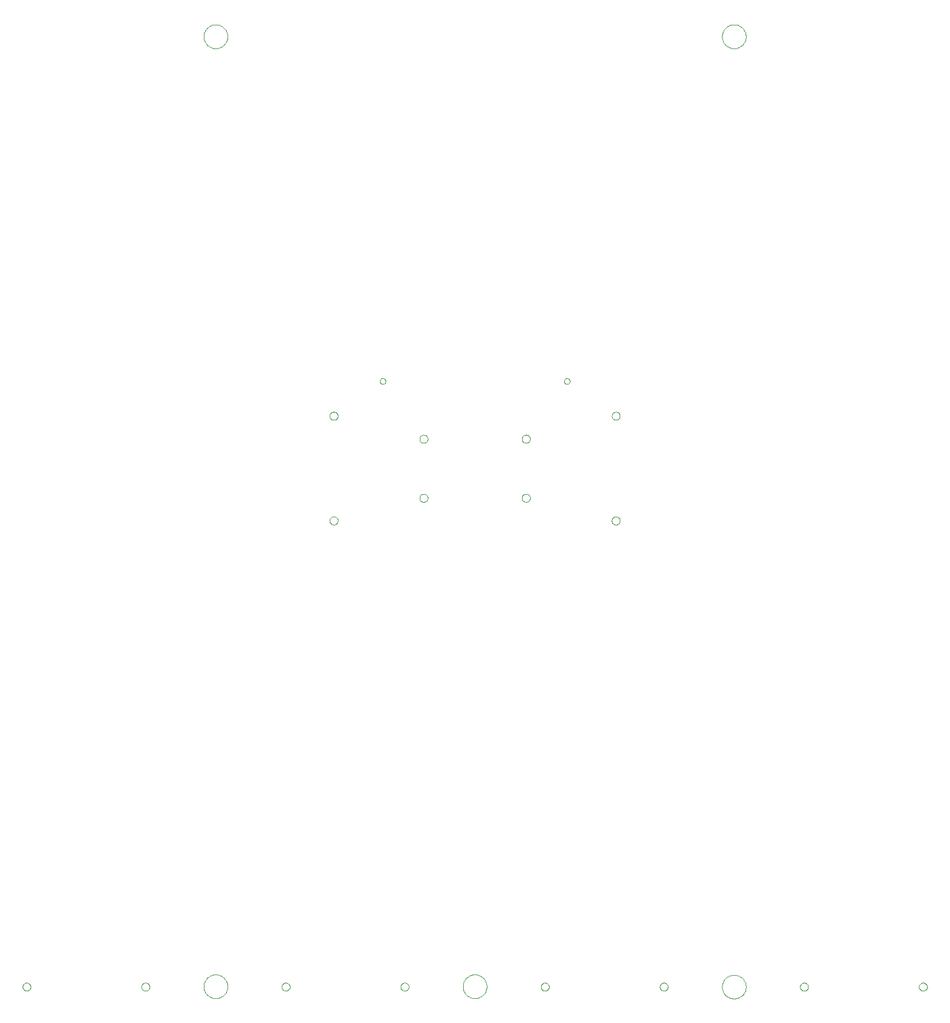
<source format=gm1>
%FSTAX23Y23*%
%MOIN*%
%SFA1B1*%

%IPPOS*%
%ADD15C,0.000512*%
%ADD111C,0.000500*%
%LNduo_x-1*%
%LPD*%
G54D15*
X00023Y0D02*
D01*
X00023Y00001*
X00023Y00003*
X00023Y00004*
X00022Y00006*
X00022Y00008*
X00021Y00009*
X0002Y00011*
X0002Y00012*
X00019Y00013*
X00018Y00015*
X00016Y00016*
X00015Y00017*
X00014Y00018*
X00013Y00019*
X00011Y0002*
X0001Y00021*
X00008Y00021*
X00007Y00022*
X00005Y00022*
X00004Y00023*
X00002Y00023*
X0Y00023*
X0*
X-00002Y00023*
X-00004Y00023*
X-00005Y00022*
X-00007Y00022*
X-00008Y00021*
X-0001Y00021*
X-00011Y0002*
X-00013Y00019*
X-00014Y00018*
X-00015Y00017*
X-00016Y00016*
X-00018Y00015*
X-00019Y00013*
X-0002Y00012*
X-0002Y00011*
X-00021Y00009*
X-00022Y00008*
X-00022Y00006*
X-00023Y00004*
X-00023Y00003*
X-00023Y00001*
X-00023Y0*
X-00023Y-00001*
X-00023Y-00003*
X-00023Y-00004*
X-00022Y-00006*
X-00022Y-00008*
X-00021Y-00009*
X-0002Y-00011*
X-0002Y-00012*
X-00019Y-00013*
X-00018Y-00015*
X-00016Y-00016*
X-00015Y-00017*
X-00014Y-00018*
X-00013Y-00019*
X-00011Y-0002*
X-0001Y-00021*
X-00008Y-00021*
X-00007Y-00022*
X-00005Y-00022*
X-00004Y-00023*
X-00002Y-00023*
X0Y-00023*
X0*
X00002Y-00023*
X00004Y-00023*
X00005Y-00022*
X00007Y-00022*
X00008Y-00021*
X0001Y-00021*
X00011Y-0002*
X00013Y-00019*
X00014Y-00018*
X00015Y-00017*
X00016Y-00016*
X00018Y-00015*
X00019Y-00013*
X0002Y-00012*
X0002Y-00011*
X00021Y-00009*
X00022Y-00008*
X00022Y-00006*
X00023Y-00004*
X00023Y-00003*
X00023Y-00001*
X00023Y0*
G54D111*
X00023Y0D02*
D01*
X00023Y00001*
X00023Y00003*
X00023Y00004*
X00022Y00006*
X00022Y00008*
X00021Y00009*
X0002Y00011*
X0002Y00012*
X00019Y00013*
X00018Y00015*
X00016Y00016*
X00015Y00017*
X00014Y00018*
X00013Y00019*
X00011Y0002*
X0001Y00021*
X00008Y00021*
X00007Y00022*
X00005Y00022*
X00004Y00023*
X00002Y00023*
X0Y00023*
X0*
X-00002Y00023*
X-00004Y00023*
X-00005Y00022*
X-00007Y00022*
X-00008Y00021*
X-0001Y00021*
X-00011Y0002*
X-00013Y00019*
X-00014Y00018*
X-00015Y00017*
X-00016Y00016*
X-00018Y00015*
X-00019Y00013*
X-0002Y00012*
X-0002Y00011*
X-00021Y00009*
X-00022Y00008*
X-00022Y00006*
X-00023Y00004*
X-00023Y00003*
X-00023Y00001*
X-00023Y0*
X-00023Y-00001*
X-00023Y-00003*
X-00023Y-00004*
X-00022Y-00006*
X-00022Y-00008*
X-00021Y-00009*
X-0002Y-00011*
X-0002Y-00012*
X-00019Y-00013*
X-00018Y-00015*
X-00016Y-00016*
X-00015Y-00017*
X-00014Y-00018*
X-00013Y-00019*
X-00011Y-0002*
X-0001Y-00021*
X-00008Y-00021*
X-00007Y-00022*
X-00005Y-00022*
X-00004Y-00023*
X-00002Y-00023*
X0Y-00023*
X0*
X00002Y-00023*
X00004Y-00023*
X00005Y-00022*
X00007Y-00022*
X00008Y-00021*
X0001Y-00021*
X00011Y-0002*
X00013Y-00019*
X00014Y-00018*
X00015Y-00017*
X00016Y-00016*
X00018Y-00015*
X00019Y-00013*
X0002Y-00012*
X0002Y-00011*
X00021Y-00009*
X00022Y-00008*
X00022Y-00006*
X00023Y-00004*
X00023Y-00003*
X00023Y-00001*
X00023Y0*
X0116Y05487D02*
D01*
X01159Y05492*
X01159Y05497*
X01158Y05501*
X01157Y05506*
X01155Y05511*
X01154Y05515*
X01152Y05519*
X01149Y05524*
X01146Y05528*
X01143Y05531*
X0114Y05535*
X01137Y05538*
X01133Y05541*
X01129Y05544*
X01125Y05547*
X01121Y05549*
X01117Y05551*
X01112Y05553*
X01107Y05554*
X01103Y05555*
X01098Y05556*
X01093Y05556*
X01088*
X01083Y05556*
X01079Y05555*
X01074Y05554*
X01069Y05553*
X01065Y05551*
X0106Y05549*
X01056Y05547*
X01052Y05544*
X01048Y05541*
X01045Y05538*
X01041Y05535*
X01038Y05531*
X01035Y05528*
X01032Y05524*
X0103Y05519*
X01028Y05515*
X01026Y05511*
X01024Y05506*
X01023Y05501*
X01022Y05497*
X01022Y05492*
X01022Y05487*
X01022Y05482*
X01022Y05478*
X01023Y05473*
X01024Y05468*
X01026Y05464*
X01028Y05459*
X0103Y05455*
X01032Y05451*
X01035Y05447*
X01038Y05443*
X01041Y05439*
X01045Y05436*
X01048Y05433*
X01052Y0543*
X01056Y05427*
X0106Y05425*
X01065Y05423*
X01069Y05422*
X01074Y0542*
X01079Y05419*
X01083Y05419*
X01088Y05418*
X01093*
X01098Y05419*
X01103Y05419*
X01107Y0542*
X01112Y05422*
X01117Y05423*
X01121Y05425*
X01125Y05427*
X01129Y0543*
X01133Y05433*
X01137Y05436*
X0114Y05439*
X01143Y05443*
X01146Y05447*
X01149Y05451*
X01152Y05455*
X01154Y05459*
X01155Y05464*
X01157Y05468*
X01158Y05473*
X01159Y05478*
X01159Y05482*
X0116Y05487*
X04152D02*
D01*
X04152Y05492*
X04151Y05497*
X0415Y05501*
X04149Y05506*
X04148Y05511*
X04146Y05515*
X04144Y05519*
X04141Y05524*
X04139Y05528*
X04136Y05531*
X04132Y05535*
X04129Y05538*
X04125Y05541*
X04121Y05544*
X04117Y05547*
X04113Y05549*
X04109Y05551*
X04104Y05553*
X04099Y05554*
X04095Y05555*
X0409Y05556*
X04085Y05556*
X0408*
X04076Y05556*
X04071Y05555*
X04066Y05554*
X04062Y05553*
X04057Y05551*
X04053Y05549*
X04048Y05547*
X04044Y05544*
X0404Y05541*
X04037Y05538*
X04033Y05535*
X0403Y05531*
X04027Y05528*
X04024Y05524*
X04022Y05519*
X0402Y05515*
X04018Y05511*
X04017Y05506*
X04015Y05501*
X04015Y05497*
X04014Y05492*
X04014Y05487*
X04014Y05482*
X04015Y05478*
X04015Y05473*
X04017Y05468*
X04018Y05464*
X0402Y05459*
X04022Y05455*
X04024Y05451*
X04027Y05447*
X0403Y05443*
X04033Y05439*
X04037Y05436*
X0404Y05433*
X04044Y0543*
X04048Y05427*
X04053Y05425*
X04057Y05423*
X04062Y05422*
X04066Y0542*
X04071Y05419*
X04076Y05419*
X0408Y05418*
X04085*
X0409Y05419*
X04095Y05419*
X04099Y0542*
X04104Y05422*
X04109Y05423*
X04113Y05425*
X04117Y05427*
X04121Y0543*
X04125Y05433*
X04129Y05436*
X04132Y05439*
X04136Y05443*
X04139Y05447*
X04141Y05451*
X04144Y05455*
X04146Y05459*
X04148Y05464*
X04149Y05468*
X0415Y05473*
X04151Y05478*
X04152Y05482*
X04152Y05487*
X0116Y00002D02*
D01*
X01159Y00007*
X01159Y00011*
X01158Y00016*
X01157Y00021*
X01155Y00025*
X01154Y0003*
X01152Y00034*
X01149Y00038*
X01146Y00042*
X01143Y00046*
X0114Y0005*
X01137Y00053*
X01133Y00056*
X01129Y00059*
X01125Y00062*
X01121Y00064*
X01117Y00066*
X01112Y00067*
X01107Y00069*
X01103Y0007*
X01098Y0007*
X01093Y00071*
X01088*
X01083Y0007*
X01079Y0007*
X01074Y00069*
X01069Y00067*
X01065Y00066*
X0106Y00064*
X01056Y00062*
X01052Y00059*
X01048Y00056*
X01045Y00053*
X01041Y0005*
X01038Y00046*
X01035Y00042*
X01032Y00038*
X0103Y00034*
X01028Y0003*
X01026Y00025*
X01024Y00021*
X01023Y00016*
X01022Y00011*
X01022Y00007*
X01022Y00002*
X01022Y-00002*
X01022Y-00007*
X01023Y-00011*
X01024Y-00016*
X01026Y-00021*
X01028Y-00025*
X0103Y-00029*
X01032Y-00034*
X01035Y-00038*
X01038Y-00041*
X01041Y-00045*
X01045Y-00048*
X01048Y-00051*
X01052Y-00054*
X01056Y-00057*
X0106Y-00059*
X01065Y-00061*
X01069Y-00063*
X01074Y-00064*
X01079Y-00065*
X01083Y-00066*
X01088Y-00066*
X01093*
X01098Y-00066*
X01103Y-00065*
X01107Y-00064*
X01112Y-00063*
X01117Y-00061*
X01121Y-00059*
X01125Y-00057*
X01129Y-00054*
X01133Y-00051*
X01137Y-00048*
X0114Y-00045*
X01143Y-00041*
X01146Y-00038*
X01149Y-00034*
X01152Y-00029*
X01154Y-00025*
X01155Y-00021*
X01157Y-00016*
X01158Y-00011*
X01159Y-00007*
X01159Y-00002*
X0116Y00002*
X02656D02*
D01*
X02655Y00007*
X02655Y00011*
X02654Y00016*
X02653Y00021*
X02651Y00025*
X0265Y0003*
X02648Y00034*
X02645Y00038*
X02642Y00042*
X0264Y00046*
X02636Y0005*
X02633Y00053*
X02629Y00056*
X02625Y00059*
X02621Y00062*
X02617Y00064*
X02613Y00066*
X02608Y00067*
X02603Y00069*
X02599Y0007*
X02594Y0007*
X02589Y00071*
X02584*
X0258Y0007*
X02575Y0007*
X0257Y00069*
X02565Y00067*
X02561Y00066*
X02557Y00064*
X02552Y00062*
X02548Y00059*
X02544Y00056*
X02541Y00053*
X02537Y0005*
X02534Y00046*
X02531Y00042*
X02528Y00038*
X02526Y00034*
X02524Y0003*
X02522Y00025*
X02521Y00021*
X02519Y00016*
X02519Y00011*
X02518Y00007*
X02518Y00002*
X02518Y-00002*
X02519Y-00007*
X02519Y-00011*
X02521Y-00016*
X02522Y-00021*
X02524Y-00025*
X02526Y-00029*
X02528Y-00034*
X02531Y-00038*
X02534Y-00041*
X02537Y-00045*
X02541Y-00048*
X02544Y-00051*
X02548Y-00054*
X02552Y-00057*
X02557Y-00059*
X02561Y-00061*
X02565Y-00063*
X0257Y-00064*
X02575Y-00065*
X0258Y-00066*
X02584Y-00066*
X02589*
X02594Y-00066*
X02599Y-00065*
X02603Y-00064*
X02608Y-00063*
X02613Y-00061*
X02617Y-00059*
X02621Y-00057*
X02625Y-00054*
X02629Y-00051*
X02633Y-00048*
X02636Y-00045*
X0264Y-00041*
X02642Y-00038*
X02645Y-00034*
X02648Y-00029*
X0265Y-00025*
X02651Y-00021*
X02653Y-00016*
X02654Y-00011*
X02655Y-00007*
X02655Y-00002*
X02656Y00002*
X04152Y0D02*
D01*
X04152Y00004*
X04151Y00009*
X0415Y00014*
X04149Y00018*
X04148Y00023*
X04146Y00028*
X04144Y00032*
X04141Y00036*
X04139Y0004*
X04136Y00044*
X04132Y00047*
X04129Y00051*
X04125Y00054*
X04121Y00057*
X04117Y00059*
X04113Y00061*
X04109Y00063*
X04104Y00065*
X04099Y00066*
X04095Y00067*
X0409Y00068*
X04085Y00068*
X0408*
X04076Y00068*
X04071Y00067*
X04066Y00066*
X04062Y00065*
X04057Y00063*
X04053Y00061*
X04048Y00059*
X04044Y00057*
X0404Y00054*
X04037Y00051*
X04033Y00047*
X0403Y00044*
X04027Y0004*
X04024Y00036*
X04022Y00032*
X0402Y00028*
X04018Y00023*
X04017Y00018*
X04015Y00014*
X04015Y00009*
X04014Y00004*
X04014Y0*
X04014Y-00004*
X04015Y-00009*
X04015Y-00014*
X04017Y-00018*
X04018Y-00023*
X0402Y-00028*
X04022Y-00032*
X04024Y-00036*
X04027Y-0004*
X0403Y-00044*
X04033Y-00047*
X04037Y-00051*
X0404Y-00054*
X04044Y-00057*
X04048Y-00059*
X04053Y-00061*
X04057Y-00063*
X04062Y-00065*
X04066Y-00066*
X04071Y-00067*
X04076Y-00068*
X0408Y-00068*
X04085*
X0409Y-00068*
X04095Y-00067*
X04099Y-00066*
X04104Y-00065*
X04109Y-00063*
X04113Y-00061*
X04117Y-00059*
X04121Y-00057*
X04125Y-00054*
X04129Y-00051*
X04132Y-00047*
X04136Y-00044*
X04139Y-0004*
X04141Y-00036*
X04144Y-00032*
X04146Y-00028*
X04148Y-00023*
X04149Y-00018*
X0415Y-00014*
X04151Y-00009*
X04152Y-00004*
X04152Y0*
X03135Y03497D02*
D01*
X03135Y03498*
X03135Y03499*
X03135Y035*
X03134Y03502*
X03134Y03503*
X03134Y03504*
X03133Y03505*
X03132Y03506*
X03132Y03507*
X03131Y03508*
X0313Y03509*
X03129Y03509*
X03129Y0351*
X03128Y03511*
X03127Y03511*
X03126Y03512*
X03125Y03512*
X03123Y03513*
X03122Y03513*
X03121Y03513*
X0312Y03514*
X03119Y03514*
X03118*
X03117Y03514*
X03115Y03513*
X03114Y03513*
X03113Y03513*
X03112Y03512*
X03111Y03512*
X0311Y03511*
X03109Y03511*
X03108Y0351*
X03107Y03509*
X03106Y03509*
X03105Y03508*
X03105Y03507*
X03104Y03506*
X03104Y03505*
X03103Y03504*
X03103Y03503*
X03102Y03502*
X03102Y035*
X03102Y03499*
X03102Y03498*
X03102Y03497*
X03102Y03496*
X03102Y03495*
X03102Y03493*
X03102Y03492*
X03103Y03491*
X03103Y0349*
X03104Y03489*
X03104Y03488*
X03105Y03487*
X03105Y03486*
X03106Y03485*
X03107Y03485*
X03108Y03484*
X03109Y03483*
X0311Y03482*
X03111Y03482*
X03112Y03481*
X03113Y03481*
X03114Y03481*
X03115Y0348*
X03117Y0348*
X03118Y0348*
X03119*
X0312Y0348*
X03121Y0348*
X03122Y03481*
X03123Y03481*
X03125Y03481*
X03126Y03482*
X03127Y03482*
X03128Y03483*
X03129Y03484*
X03129Y03485*
X0313Y03485*
X03131Y03486*
X03132Y03487*
X03132Y03488*
X03133Y03489*
X03134Y0349*
X03134Y03491*
X03134Y03492*
X03135Y03493*
X03135Y03495*
X03135Y03496*
X03135Y03497*
X02072D02*
D01*
X02072Y03498*
X02072Y03499*
X02072Y035*
X02071Y03502*
X02071Y03503*
X02071Y03504*
X0207Y03505*
X02069Y03506*
X02069Y03507*
X02068Y03508*
X02067Y03509*
X02066Y03509*
X02066Y0351*
X02065Y03511*
X02064Y03511*
X02063Y03512*
X02062Y03512*
X0206Y03513*
X02059Y03513*
X02058Y03513*
X02057Y03514*
X02056Y03514*
X02055*
X02054Y03514*
X02052Y03513*
X02051Y03513*
X0205Y03513*
X02049Y03512*
X02048Y03512*
X02047Y03511*
X02046Y03511*
X02045Y0351*
X02044Y03509*
X02043Y03509*
X02042Y03508*
X02042Y03507*
X02041Y03506*
X02041Y03505*
X0204Y03504*
X0204Y03503*
X02039Y03502*
X02039Y035*
X02039Y03499*
X02039Y03498*
X02039Y03497*
X02039Y03496*
X02039Y03495*
X02039Y03493*
X02039Y03492*
X0204Y03491*
X0204Y0349*
X02041Y03489*
X02041Y03488*
X02042Y03487*
X02042Y03486*
X02043Y03485*
X02044Y03485*
X02045Y03484*
X02046Y03483*
X02047Y03482*
X02048Y03482*
X02049Y03481*
X0205Y03481*
X02051Y03481*
X02052Y0348*
X02054Y0348*
X02055Y0348*
X02056*
X02057Y0348*
X02058Y0348*
X02059Y03481*
X0206Y03481*
X02062Y03481*
X02063Y03482*
X02064Y03482*
X02065Y03483*
X02066Y03484*
X02066Y03485*
X02067Y03485*
X02068Y03486*
X02069Y03487*
X02069Y03488*
X0207Y03489*
X02071Y0349*
X02071Y03491*
X02071Y03492*
X02072Y03493*
X02072Y03495*
X02072Y03496*
X02072Y03497*
X00709Y0D02*
D01*
X00709Y00001*
X00709Y00003*
X00709Y00004*
X00709Y00006*
X00708Y00008*
X00707Y00009*
X00707Y00011*
X00706Y00012*
X00705Y00013*
X00704Y00015*
X00703Y00016*
X00702Y00017*
X007Y00018*
X00699Y00019*
X00698Y0002*
X00696Y00021*
X00695Y00021*
X00693Y00022*
X00692Y00022*
X0069Y00023*
X00688Y00023*
X00687Y00023*
X00685*
X00683Y00023*
X00682Y00023*
X0068Y00022*
X00679Y00022*
X00677Y00021*
X00675Y00021*
X00674Y0002*
X00673Y00019*
X00671Y00018*
X0067Y00017*
X00669Y00016*
X00668Y00015*
X00667Y00013*
X00666Y00012*
X00665Y00011*
X00664Y00009*
X00664Y00008*
X00663Y00006*
X00663Y00004*
X00662Y00003*
X00662Y00001*
X00662Y0*
X00662Y-00001*
X00662Y-00003*
X00663Y-00004*
X00663Y-00006*
X00664Y-00008*
X00664Y-00009*
X00665Y-00011*
X00666Y-00012*
X00667Y-00013*
X00668Y-00015*
X00669Y-00016*
X0067Y-00017*
X00671Y-00018*
X00673Y-00019*
X00674Y-0002*
X00675Y-00021*
X00677Y-00021*
X00679Y-00022*
X0068Y-00022*
X00682Y-00023*
X00683Y-00023*
X00685Y-00023*
X00687*
X00688Y-00023*
X0069Y-00023*
X00692Y-00022*
X00693Y-00022*
X00695Y-00021*
X00696Y-00021*
X00698Y-0002*
X00699Y-00019*
X007Y-00018*
X00702Y-00017*
X00703Y-00016*
X00704Y-00015*
X00705Y-00013*
X00706Y-00012*
X00707Y-00011*
X00707Y-00009*
X00708Y-00008*
X00709Y-00006*
X00709Y-00004*
X00709Y-00003*
X00709Y-00001*
X00709Y0*
X01519D02*
D01*
X01519Y00001*
X01519Y00003*
X01519Y00004*
X01518Y00006*
X01518Y00008*
X01517Y00009*
X01516Y00011*
X01516Y00012*
X01515Y00013*
X01514Y00015*
X01513Y00016*
X01511Y00017*
X0151Y00018*
X01509Y00019*
X01507Y0002*
X01506Y00021*
X01504Y00021*
X01503Y00022*
X01501Y00022*
X015Y00023*
X01498Y00023*
X01496Y00023*
X01495*
X01493Y00023*
X01491Y00023*
X0149Y00022*
X01488Y00022*
X01487Y00021*
X01485Y00021*
X01484Y0002*
X01482Y00019*
X01481Y00018*
X0148Y00017*
X01479Y00016*
X01477Y00015*
X01476Y00013*
X01476Y00012*
X01475Y00011*
X01474Y00009*
X01473Y00008*
X01473Y00006*
X01472Y00004*
X01472Y00003*
X01472Y00001*
X01472Y0*
X01472Y-00001*
X01472Y-00003*
X01472Y-00004*
X01473Y-00006*
X01473Y-00008*
X01474Y-00009*
X01475Y-00011*
X01476Y-00012*
X01476Y-00013*
X01477Y-00015*
X01479Y-00016*
X0148Y-00017*
X01481Y-00018*
X01482Y-00019*
X01484Y-0002*
X01485Y-00021*
X01487Y-00021*
X01488Y-00022*
X0149Y-00022*
X01491Y-00023*
X01493Y-00023*
X01495Y-00023*
X01496*
X01498Y-00023*
X015Y-00023*
X01501Y-00022*
X01503Y-00022*
X01504Y-00021*
X01506Y-00021*
X01507Y-0002*
X01509Y-00019*
X0151Y-00018*
X01511Y-00017*
X01513Y-00016*
X01514Y-00015*
X01515Y-00013*
X01516Y-00012*
X01516Y-00011*
X01517Y-00009*
X01518Y-00008*
X01518Y-00006*
X01519Y-00004*
X01519Y-00003*
X01519Y-00001*
X01519Y0*
X02206D02*
D01*
X02205Y00001*
X02205Y00003*
X02205Y00004*
X02205Y00006*
X02204Y00008*
X02203Y00009*
X02203Y00011*
X02202Y00012*
X02201Y00013*
X022Y00015*
X02199Y00016*
X02198Y00017*
X02196Y00018*
X02195Y00019*
X02194Y0002*
X02192Y00021*
X02191Y00021*
X02189Y00022*
X02188Y00022*
X02186Y00023*
X02184Y00023*
X02183Y00023*
X02181*
X02179Y00023*
X02178Y00023*
X02176Y00022*
X02175Y00022*
X02173Y00021*
X02172Y00021*
X0217Y0002*
X02169Y00019*
X02167Y00018*
X02166Y00017*
X02165Y00016*
X02164Y00015*
X02163Y00013*
X02162Y00012*
X02161Y00011*
X0216Y00009*
X0216Y00008*
X02159Y00006*
X02159Y00004*
X02158Y00003*
X02158Y00001*
X02158Y0*
X02158Y-00001*
X02158Y-00003*
X02159Y-00004*
X02159Y-00006*
X0216Y-00008*
X0216Y-00009*
X02161Y-00011*
X02162Y-00012*
X02163Y-00013*
X02164Y-00015*
X02165Y-00016*
X02166Y-00017*
X02167Y-00018*
X02169Y-00019*
X0217Y-0002*
X02172Y-00021*
X02173Y-00021*
X02175Y-00022*
X02176Y-00022*
X02178Y-00023*
X02179Y-00023*
X02181Y-00023*
X02183*
X02184Y-00023*
X02186Y-00023*
X02188Y-00022*
X02189Y-00022*
X02191Y-00021*
X02192Y-00021*
X02194Y-0002*
X02195Y-00019*
X02196Y-00018*
X02198Y-00017*
X02199Y-00016*
X022Y-00015*
X02201Y-00013*
X02202Y-00012*
X02203Y-00011*
X02203Y-00009*
X02204Y-00008*
X02205Y-00006*
X02205Y-00004*
X02205Y-00003*
X02205Y-00001*
X02206Y0*
X03015D02*
D01*
X03015Y00001*
X03015Y00003*
X03015Y00004*
X03014Y00006*
X03014Y00008*
X03013Y00009*
X03012Y00011*
X03012Y00012*
X03011Y00013*
X0301Y00015*
X03009Y00016*
X03007Y00017*
X03006Y00018*
X03005Y00019*
X03003Y0002*
X03002Y00021*
X03Y00021*
X02999Y00022*
X02997Y00022*
X02996Y00023*
X02994Y00023*
X02992Y00023*
X02991*
X02989Y00023*
X02988Y00023*
X02986Y00022*
X02984Y00022*
X02983Y00021*
X02981Y00021*
X0298Y0002*
X02978Y00019*
X02977Y00018*
X02976Y00017*
X02975Y00016*
X02974Y00015*
X02973Y00013*
X02972Y00012*
X02971Y00011*
X0297Y00009*
X02969Y00008*
X02969Y00006*
X02969Y00004*
X02968Y00003*
X02968Y00001*
X02968Y0*
X02968Y-00001*
X02968Y-00003*
X02969Y-00004*
X02969Y-00006*
X02969Y-00008*
X0297Y-00009*
X02971Y-00011*
X02972Y-00012*
X02973Y-00013*
X02974Y-00015*
X02975Y-00016*
X02976Y-00017*
X02977Y-00018*
X02978Y-00019*
X0298Y-0002*
X02981Y-00021*
X02983Y-00021*
X02984Y-00022*
X02986Y-00022*
X02988Y-00023*
X02989Y-00023*
X02991Y-00023*
X02992*
X02994Y-00023*
X02996Y-00023*
X02997Y-00022*
X02999Y-00022*
X03Y-00021*
X03002Y-00021*
X03003Y-0002*
X03005Y-00019*
X03006Y-00018*
X03007Y-00017*
X03009Y-00016*
X0301Y-00015*
X03011Y-00013*
X03012Y-00012*
X03012Y-00011*
X03013Y-00009*
X03014Y-00008*
X03014Y-00006*
X03015Y-00004*
X03015Y-00003*
X03015Y-00001*
X03015Y0*
X03702D02*
D01*
X03702Y00001*
X03701Y00003*
X03701Y00004*
X03701Y00006*
X037Y00008*
X037Y00009*
X03699Y00011*
X03698Y00012*
X03697Y00013*
X03696Y00015*
X03695Y00016*
X03694Y00017*
X03692Y00018*
X03691Y00019*
X0369Y0002*
X03688Y00021*
X03687Y00021*
X03685Y00022*
X03684Y00022*
X03682Y00023*
X0368Y00023*
X03679Y00023*
X03677*
X03675Y00023*
X03674Y00023*
X03672Y00022*
X03671Y00022*
X03669Y00021*
X03668Y00021*
X03666Y0002*
X03665Y00019*
X03663Y00018*
X03662Y00017*
X03661Y00016*
X0366Y00015*
X03659Y00013*
X03658Y00012*
X03657Y00011*
X03656Y00009*
X03656Y00008*
X03655Y00006*
X03655Y00004*
X03655Y00003*
X03654Y00001*
X03654Y0*
X03654Y-00001*
X03655Y-00003*
X03655Y-00004*
X03655Y-00006*
X03656Y-00008*
X03656Y-00009*
X03657Y-00011*
X03658Y-00012*
X03659Y-00013*
X0366Y-00015*
X03661Y-00016*
X03662Y-00017*
X03663Y-00018*
X03665Y-00019*
X03666Y-0002*
X03668Y-00021*
X03669Y-00021*
X03671Y-00022*
X03672Y-00022*
X03674Y-00023*
X03675Y-00023*
X03677Y-00023*
X03679*
X0368Y-00023*
X03682Y-00023*
X03684Y-00022*
X03685Y-00022*
X03687Y-00021*
X03688Y-00021*
X0369Y-0002*
X03691Y-00019*
X03692Y-00018*
X03694Y-00017*
X03695Y-00016*
X03696Y-00015*
X03697Y-00013*
X03698Y-00012*
X03699Y-00011*
X037Y-00009*
X037Y-00008*
X03701Y-00006*
X03701Y-00004*
X03701Y-00003*
X03702Y-00001*
X03702Y0*
X00023D02*
D01*
X00023Y00001*
X00023Y00003*
X00023Y00004*
X00022Y00006*
X00022Y00008*
X00021Y00009*
X0002Y00011*
X0002Y00012*
X00019Y00013*
X00018Y00015*
X00016Y00016*
X00015Y00017*
X00014Y00018*
X00013Y00019*
X00011Y0002*
X0001Y00021*
X00008Y00021*
X00007Y00022*
X00005Y00022*
X00004Y00023*
X00002Y00023*
X0Y00023*
X0*
X-00002Y00023*
X-00004Y00023*
X-00005Y00022*
X-00007Y00022*
X-00008Y00021*
X-0001Y00021*
X-00011Y0002*
X-00013Y00019*
X-00014Y00018*
X-00015Y00017*
X-00016Y00016*
X-00018Y00015*
X-00019Y00013*
X-0002Y00012*
X-0002Y00011*
X-00021Y00009*
X-00022Y00008*
X-00022Y00006*
X-00023Y00004*
X-00023Y00003*
X-00023Y00001*
X-00023Y0*
X-00023Y-00001*
X-00023Y-00003*
X-00023Y-00004*
X-00022Y-00006*
X-00022Y-00008*
X-00021Y-00009*
X-0002Y-00011*
X-0002Y-00012*
X-00019Y-00013*
X-00018Y-00015*
X-00016Y-00016*
X-00015Y-00017*
X-00014Y-00018*
X-00013Y-00019*
X-00011Y-0002*
X-0001Y-00021*
X-00008Y-00021*
X-00007Y-00022*
X-00005Y-00022*
X-00004Y-00023*
X-00002Y-00023*
X0Y-00023*
X0*
X00002Y-00023*
X00004Y-00023*
X00005Y-00022*
X00007Y-00022*
X00008Y-00021*
X0001Y-00021*
X00011Y-0002*
X00013Y-00019*
X00014Y-00018*
X00015Y-00017*
X00016Y-00016*
X00018Y-00015*
X00019Y-00013*
X0002Y-00012*
X0002Y-00011*
X00021Y-00009*
X00022Y-00008*
X00022Y-00006*
X00023Y-00004*
X00023Y-00003*
X00023Y-00001*
X00023Y0*
X04511D02*
D01*
X04511Y00001*
X04511Y00003*
X04511Y00004*
X0451Y00006*
X0451Y00008*
X04509Y00009*
X04509Y00011*
X04508Y00012*
X04507Y00013*
X04506Y00015*
X04505Y00016*
X04503Y00017*
X04502Y00018*
X04501Y00019*
X045Y0002*
X04498Y00021*
X04497Y00021*
X04495Y00022*
X04493Y00022*
X04492Y00023*
X0449Y00023*
X04489Y00023*
X04487*
X04485Y00023*
X04484Y00023*
X04482Y00022*
X0448Y00022*
X04479Y00021*
X04477Y00021*
X04476Y0002*
X04474Y00019*
X04473Y00018*
X04472Y00017*
X04471Y00016*
X0447Y00015*
X04469Y00013*
X04468Y00012*
X04467Y00011*
X04466Y00009*
X04465Y00008*
X04465Y00006*
X04465Y00004*
X04464Y00003*
X04464Y00001*
X04464Y0*
X04464Y-00001*
X04464Y-00003*
X04465Y-00004*
X04465Y-00006*
X04465Y-00008*
X04466Y-00009*
X04467Y-00011*
X04468Y-00012*
X04469Y-00013*
X0447Y-00015*
X04471Y-00016*
X04472Y-00017*
X04473Y-00018*
X04474Y-00019*
X04476Y-0002*
X04477Y-00021*
X04479Y-00021*
X0448Y-00022*
X04482Y-00022*
X04484Y-00023*
X04485Y-00023*
X04487Y-00023*
X04489*
X0449Y-00023*
X04492Y-00023*
X04493Y-00022*
X04495Y-00022*
X04497Y-00021*
X04498Y-00021*
X045Y-0002*
X04501Y-00019*
X04502Y-00018*
X04503Y-00017*
X04505Y-00016*
X04506Y-00015*
X04507Y-00013*
X04508Y-00012*
X04509Y-00011*
X04509Y-00009*
X0451Y-00008*
X0451Y-00006*
X04511Y-00004*
X04511Y-00003*
X04511Y-00001*
X04511Y0*
X05198D02*
D01*
X05198Y00001*
X05197Y00003*
X05197Y00004*
X05197Y00006*
X05196Y00008*
X05196Y00009*
X05195Y00011*
X05194Y00012*
X05193Y00013*
X05192Y00015*
X05191Y00016*
X0519Y00017*
X05189Y00018*
X05187Y00019*
X05186Y0002*
X05184Y00021*
X05183Y00021*
X05181Y00022*
X0518Y00022*
X05178Y00023*
X05176Y00023*
X05175Y00023*
X05173*
X05172Y00023*
X0517Y00023*
X05168Y00022*
X05167Y00022*
X05165Y00021*
X05164Y00021*
X05162Y0002*
X05161Y00019*
X05159Y00018*
X05158Y00017*
X05157Y00016*
X05156Y00015*
X05155Y00013*
X05154Y00012*
X05153Y00011*
X05152Y00009*
X05152Y00008*
X05151Y00006*
X05151Y00004*
X05151Y00003*
X0515Y00001*
X0515Y0*
X0515Y-00001*
X05151Y-00003*
X05151Y-00004*
X05151Y-00006*
X05152Y-00008*
X05152Y-00009*
X05153Y-00011*
X05154Y-00012*
X05155Y-00013*
X05156Y-00015*
X05157Y-00016*
X05158Y-00017*
X05159Y-00018*
X05161Y-00019*
X05162Y-0002*
X05164Y-00021*
X05165Y-00021*
X05167Y-00022*
X05168Y-00022*
X0517Y-00023*
X05172Y-00023*
X05173Y-00023*
X05175*
X05176Y-00023*
X05178Y-00023*
X0518Y-00022*
X05181Y-00022*
X05183Y-00021*
X05184Y-00021*
X05186Y-0002*
X05187Y-00019*
X05189Y-00018*
X0519Y-00017*
X05191Y-00016*
X05192Y-00015*
X05193Y-00013*
X05194Y-00012*
X05195Y-00011*
X05196Y-00009*
X05196Y-00008*
X05197Y-00006*
X05197Y-00004*
X05197Y-00003*
X05198Y-00001*
X05198Y0*
X01796Y02692D02*
D01*
X01796Y02694*
X01796Y02695*
X01796Y02697*
X01795Y02698*
X01795Y027*
X01794Y02701*
X01794Y02703*
X01793Y02704*
X01792Y02706*
X01791Y02707*
X0179Y02708*
X01789Y02709*
X01787Y02711*
X01786Y02711*
X01785Y02712*
X01783Y02713*
X01782Y02714*
X0178Y02714*
X01778Y02715*
X01777Y02715*
X01775Y02715*
X01774Y02715*
X01772*
X0177Y02715*
X01769Y02715*
X01767Y02715*
X01765Y02714*
X01764Y02714*
X01762Y02713*
X01761Y02712*
X0176Y02711*
X01758Y02711*
X01757Y02709*
X01756Y02708*
X01755Y02707*
X01754Y02706*
X01753Y02704*
X01752Y02703*
X01751Y02701*
X01751Y027*
X0175Y02698*
X0175Y02697*
X01749Y02695*
X01749Y02694*
X01749Y02692*
X01749Y0269*
X01749Y02689*
X0175Y02687*
X0175Y02685*
X01751Y02684*
X01751Y02682*
X01752Y02681*
X01753Y02679*
X01754Y02678*
X01755Y02677*
X01756Y02675*
X01757Y02674*
X01758Y02673*
X0176Y02672*
X01761Y02671*
X01762Y02671*
X01764Y0267*
X01765Y02669*
X01767Y02669*
X01769Y02669*
X0177Y02668*
X01772Y02668*
X01774*
X01775Y02668*
X01777Y02669*
X01778Y02669*
X0178Y02669*
X01782Y0267*
X01783Y02671*
X01785Y02671*
X01786Y02672*
X01787Y02673*
X01789Y02674*
X0179Y02675*
X01791Y02677*
X01792Y02678*
X01793Y02679*
X01794Y02681*
X01794Y02682*
X01795Y02684*
X01795Y02685*
X01796Y02687*
X01796Y02689*
X01796Y0269*
X01796Y02692*
X02315Y03163D02*
D01*
X02315Y03165*
X02315Y03167*
X02315Y03168*
X02314Y0317*
X02314Y03171*
X02313Y03173*
X02312Y03174*
X02312Y03176*
X02311Y03177*
X0231Y03178*
X02308Y0318*
X02307Y03181*
X02306Y03182*
X02305Y03183*
X02303Y03184*
X02302Y03184*
X023Y03185*
X02299Y03186*
X02297Y03186*
X02296Y03186*
X02294Y03187*
X02292Y03187*
X02291*
X02289Y03187*
X02287Y03186*
X02286Y03186*
X02284Y03186*
X02283Y03185*
X02281Y03184*
X0228Y03184*
X02278Y03183*
X02277Y03182*
X02276Y03181*
X02274Y0318*
X02273Y03178*
X02272Y03177*
X02271Y03176*
X02271Y03174*
X0227Y03173*
X02269Y03171*
X02269Y0317*
X02268Y03168*
X02268Y03167*
X02268Y03165*
X02268Y03163*
X02268Y03162*
X02268Y0316*
X02268Y03158*
X02269Y03157*
X02269Y03155*
X0227Y03154*
X02271Y03152*
X02271Y03151*
X02272Y03149*
X02273Y03148*
X02274Y03147*
X02276Y03146*
X02277Y03145*
X02278Y03144*
X0228Y03143*
X02281Y03142*
X02283Y03141*
X02284Y03141*
X02286Y0314*
X02287Y0314*
X02289Y0314*
X02291Y0314*
X02292*
X02294Y0314*
X02296Y0314*
X02297Y0314*
X02299Y03141*
X023Y03141*
X02302Y03142*
X02303Y03143*
X02305Y03144*
X02306Y03145*
X02307Y03146*
X02308Y03147*
X0231Y03148*
X02311Y03149*
X02312Y03151*
X02312Y03152*
X02313Y03154*
X02314Y03155*
X02314Y03157*
X02315Y03158*
X02315Y0316*
X02315Y03162*
X02315Y03163*
Y02823D02*
D01*
X02315Y02824*
X02315Y02826*
X02315Y02828*
X02314Y02829*
X02314Y02831*
X02313Y02832*
X02312Y02834*
X02312Y02835*
X02311Y02837*
X0231Y02838*
X02308Y02839*
X02307Y0284*
X02306Y02841*
X02305Y02842*
X02303Y02843*
X02302Y02844*
X023Y02845*
X02299Y02845*
X02297Y02846*
X02296Y02846*
X02294Y02846*
X02292Y02846*
X02291*
X02289Y02846*
X02287Y02846*
X02286Y02846*
X02284Y02845*
X02283Y02845*
X02281Y02844*
X0228Y02843*
X02278Y02842*
X02277Y02841*
X02276Y0284*
X02274Y02839*
X02273Y02838*
X02272Y02837*
X02271Y02835*
X02271Y02834*
X0227Y02832*
X02269Y02831*
X02269Y02829*
X02268Y02828*
X02268Y02826*
X02268Y02824*
X02268Y02823*
X02268Y02821*
X02268Y02819*
X02268Y02818*
X02269Y02816*
X02269Y02815*
X0227Y02813*
X02271Y02812*
X02271Y0281*
X02272Y02809*
X02273Y02808*
X02274Y02806*
X02276Y02805*
X02277Y02804*
X02278Y02803*
X0228Y02802*
X02281Y02802*
X02283Y02801*
X02284Y028*
X02286Y028*
X02287Y02799*
X02289Y02799*
X02291Y02799*
X02292*
X02294Y02799*
X02296Y02799*
X02297Y028*
X02299Y028*
X023Y02801*
X02302Y02802*
X02303Y02802*
X02305Y02803*
X02306Y02804*
X02307Y02805*
X02308Y02806*
X0231Y02808*
X02311Y02809*
X02312Y0281*
X02312Y02812*
X02313Y02813*
X02314Y02815*
X02314Y02816*
X02315Y02818*
X02315Y02819*
X02315Y02821*
X02315Y02823*
X02906D02*
D01*
X02906Y02824*
X02905Y02826*
X02905Y02828*
X02905Y02829*
X02904Y02831*
X02904Y02832*
X02903Y02834*
X02902Y02835*
X02901Y02837*
X029Y02838*
X02899Y02839*
X02898Y0284*
X02897Y02841*
X02895Y02842*
X02894Y02843*
X02892Y02844*
X02891Y02845*
X02889Y02845*
X02888Y02846*
X02886Y02846*
X02885Y02846*
X02883Y02846*
X02881*
X0288Y02846*
X02878Y02846*
X02876Y02846*
X02875Y02845*
X02873Y02845*
X02872Y02844*
X0287Y02843*
X02869Y02842*
X02867Y02841*
X02866Y0284*
X02865Y02839*
X02864Y02838*
X02863Y02837*
X02862Y02835*
X02861Y02834*
X0286Y02832*
X0286Y02831*
X02859Y02829*
X02859Y02828*
X02859Y02826*
X02858Y02824*
X02858Y02823*
X02858Y02821*
X02859Y02819*
X02859Y02818*
X02859Y02816*
X0286Y02815*
X0286Y02813*
X02861Y02812*
X02862Y0281*
X02863Y02809*
X02864Y02808*
X02865Y02806*
X02866Y02805*
X02867Y02804*
X02869Y02803*
X0287Y02802*
X02872Y02802*
X02873Y02801*
X02875Y028*
X02876Y028*
X02878Y02799*
X0288Y02799*
X02881Y02799*
X02883*
X02885Y02799*
X02886Y02799*
X02888Y028*
X02889Y028*
X02891Y02801*
X02892Y02802*
X02894Y02802*
X02895Y02803*
X02897Y02804*
X02898Y02805*
X02899Y02806*
X029Y02808*
X02901Y02809*
X02902Y0281*
X02903Y02812*
X02904Y02813*
X02904Y02815*
X02905Y02816*
X02905Y02818*
X02905Y02819*
X02906Y02821*
X02906Y02823*
Y03163D02*
D01*
X02906Y03165*
X02905Y03167*
X02905Y03168*
X02905Y0317*
X02904Y03171*
X02904Y03173*
X02903Y03174*
X02902Y03176*
X02901Y03177*
X029Y03178*
X02899Y0318*
X02898Y03181*
X02897Y03182*
X02895Y03183*
X02894Y03184*
X02892Y03184*
X02891Y03185*
X02889Y03186*
X02888Y03186*
X02886Y03186*
X02885Y03187*
X02883Y03187*
X02881*
X0288Y03187*
X02878Y03186*
X02876Y03186*
X02875Y03186*
X02873Y03185*
X02872Y03184*
X0287Y03184*
X02869Y03183*
X02867Y03182*
X02866Y03181*
X02865Y0318*
X02864Y03178*
X02863Y03177*
X02862Y03176*
X02861Y03174*
X0286Y03173*
X0286Y03171*
X02859Y0317*
X02859Y03168*
X02859Y03167*
X02858Y03165*
X02858Y03163*
X02858Y03162*
X02859Y0316*
X02859Y03158*
X02859Y03157*
X0286Y03155*
X0286Y03154*
X02861Y03152*
X02862Y03151*
X02863Y03149*
X02864Y03148*
X02865Y03147*
X02866Y03146*
X02867Y03145*
X02869Y03144*
X0287Y03143*
X02872Y03142*
X02873Y03141*
X02875Y03141*
X02876Y0314*
X02878Y0314*
X0288Y0314*
X02881Y0314*
X02883*
X02885Y0314*
X02886Y0314*
X02888Y0314*
X02889Y03141*
X02891Y03141*
X02892Y03142*
X02894Y03143*
X02895Y03144*
X02897Y03145*
X02898Y03146*
X02899Y03147*
X029Y03148*
X02901Y03149*
X02902Y03151*
X02903Y03152*
X02904Y03154*
X02904Y03155*
X02905Y03157*
X02905Y03158*
X02905Y0316*
X02906Y03162*
X02906Y03163*
X03424Y03296D02*
D01*
X03424Y03298*
X03424Y03299*
X03424Y03301*
X03423Y03303*
X03423Y03304*
X03422Y03306*
X03422Y03307*
X03421Y03309*
X0342Y0331*
X03419Y03311*
X03418Y03313*
X03417Y03314*
X03415Y03315*
X03414Y03316*
X03413Y03317*
X03411Y03317*
X0341Y03318*
X03408Y03319*
X03407Y03319*
X03405Y03319*
X03403Y0332*
X03402Y0332*
X034*
X03398Y0332*
X03397Y03319*
X03395Y03319*
X03393Y03319*
X03392Y03318*
X0339Y03317*
X03389Y03317*
X03388Y03316*
X03386Y03315*
X03385Y03314*
X03384Y03313*
X03383Y03311*
X03382Y0331*
X03381Y03309*
X0338Y03307*
X03379Y03306*
X03379Y03304*
X03378Y03303*
X03378Y03301*
X03377Y03299*
X03377Y03298*
X03377Y03296*
X03377Y03294*
X03377Y03293*
X03378Y03291*
X03378Y0329*
X03379Y03288*
X03379Y03287*
X0338Y03285*
X03381Y03284*
X03382Y03282*
X03383Y03281*
X03384Y0328*
X03385Y03279*
X03386Y03278*
X03388Y03277*
X03389Y03276*
X0339Y03275*
X03392Y03274*
X03393Y03274*
X03395Y03273*
X03397Y03273*
X03398Y03273*
X034Y03273*
X03402*
X03403Y03273*
X03405Y03273*
X03407Y03273*
X03408Y03274*
X0341Y03274*
X03411Y03275*
X03413Y03276*
X03414Y03277*
X03415Y03278*
X03417Y03279*
X03418Y0328*
X03419Y03281*
X0342Y03282*
X03421Y03284*
X03422Y03285*
X03422Y03287*
X03423Y03288*
X03423Y0329*
X03424Y03291*
X03424Y03293*
X03424Y03294*
X03424Y03296*
Y02692D02*
D01*
X03424Y02694*
X03424Y02695*
X03424Y02697*
X03423Y02698*
X03423Y027*
X03422Y02701*
X03422Y02703*
X03421Y02704*
X0342Y02706*
X03419Y02707*
X03418Y02708*
X03417Y02709*
X03415Y02711*
X03414Y02711*
X03413Y02712*
X03411Y02713*
X0341Y02714*
X03408Y02714*
X03407Y02715*
X03405Y02715*
X03403Y02715*
X03402Y02715*
X034*
X03398Y02715*
X03397Y02715*
X03395Y02715*
X03393Y02714*
X03392Y02714*
X0339Y02713*
X03389Y02712*
X03388Y02711*
X03386Y02711*
X03385Y02709*
X03384Y02708*
X03383Y02707*
X03382Y02706*
X03381Y02704*
X0338Y02703*
X03379Y02701*
X03379Y027*
X03378Y02698*
X03378Y02697*
X03377Y02695*
X03377Y02694*
X03377Y02692*
X03377Y0269*
X03377Y02689*
X03378Y02687*
X03378Y02685*
X03379Y02684*
X03379Y02682*
X0338Y02681*
X03381Y02679*
X03382Y02678*
X03383Y02677*
X03384Y02675*
X03385Y02674*
X03386Y02673*
X03388Y02672*
X03389Y02671*
X0339Y02671*
X03392Y0267*
X03393Y02669*
X03395Y02669*
X03397Y02669*
X03398Y02668*
X034Y02668*
X03402*
X03403Y02668*
X03405Y02669*
X03407Y02669*
X03408Y02669*
X0341Y0267*
X03411Y02671*
X03413Y02671*
X03414Y02672*
X03415Y02673*
X03417Y02674*
X03418Y02675*
X03419Y02677*
X0342Y02678*
X03421Y02679*
X03422Y02681*
X03422Y02682*
X03423Y02684*
X03423Y02685*
X03424Y02687*
X03424Y02689*
X03424Y0269*
X03424Y02692*
X01796Y03296D02*
D01*
X01796Y03298*
X01796Y03299*
X01796Y03301*
X01795Y03303*
X01795Y03304*
X01794Y03306*
X01794Y03307*
X01793Y03309*
X01792Y0331*
X01791Y03311*
X0179Y03313*
X01789Y03314*
X01787Y03315*
X01786Y03316*
X01785Y03317*
X01783Y03317*
X01782Y03318*
X0178Y03319*
X01778Y03319*
X01777Y03319*
X01775Y0332*
X01774Y0332*
X01772*
X0177Y0332*
X01769Y03319*
X01767Y03319*
X01765Y03319*
X01764Y03318*
X01762Y03317*
X01761Y03317*
X0176Y03316*
X01758Y03315*
X01757Y03314*
X01756Y03313*
X01755Y03311*
X01754Y0331*
X01753Y03309*
X01752Y03307*
X01751Y03306*
X01751Y03304*
X0175Y03303*
X0175Y03301*
X01749Y03299*
X01749Y03298*
X01749Y03296*
X01749Y03294*
X01749Y03293*
X0175Y03291*
X0175Y0329*
X01751Y03288*
X01751Y03287*
X01752Y03285*
X01753Y03284*
X01754Y03282*
X01755Y03281*
X01756Y0328*
X01757Y03279*
X01758Y03278*
X0176Y03277*
X01761Y03276*
X01762Y03275*
X01764Y03274*
X01765Y03274*
X01767Y03273*
X01769Y03273*
X0177Y03273*
X01772Y03273*
X01774*
X01775Y03273*
X01777Y03273*
X01778Y03273*
X0178Y03274*
X01782Y03274*
X01783Y03275*
X01785Y03276*
X01786Y03277*
X01787Y03278*
X01789Y03279*
X0179Y0328*
X01791Y03281*
X01792Y03282*
X01793Y03284*
X01794Y03285*
X01794Y03287*
X01795Y03288*
X01795Y0329*
X01796Y03291*
X01796Y03293*
X01796Y03294*
X01796Y03296*
M02*
</source>
